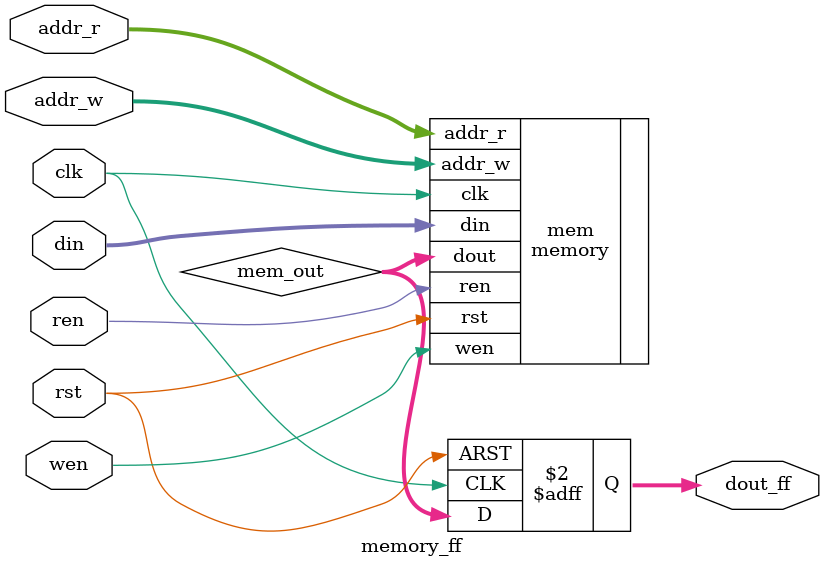
<source format=v>
`timescale 1ns / 1ps



    
module memory_ff#(
    parameter DATA_WIDTH = 16,
    parameter SIZE = 256
)(
    input wire clk,
    input wire rst,
    input wire wen,                  // Tín hiệu ghi
    input wire ren,                  // Tín hiệu đọc
    input wire [$clog2(SIZE)-1:0] addr_w,         // Địa chỉ ghi
    input wire [$clog2(SIZE)-1:0] addr_r,         // Địa chỉ đọc
    input wire [DATA_WIDTH - 1:0] din,            // Dữ liệu đầu vào
    output reg [DATA_WIDTH - 1:0] dout_ff            // Dữ liệu đầu ra
);
    wire [DATA_WIDTH - 1:0] mem_out;
    memory mem(.clk(clk),
           .rst(rst),
           .wen(wen),
           .ren(ren),
           .addr_w(addr_w),
           .addr_r(addr_r),
           .din(din),
           .dout(mem_out));
    
    always @(posedge clk or posedge rst) begin
        if(rst) dout_ff<= 0;
        else dout_ff <= mem_out;
    end
endmodule

</source>
